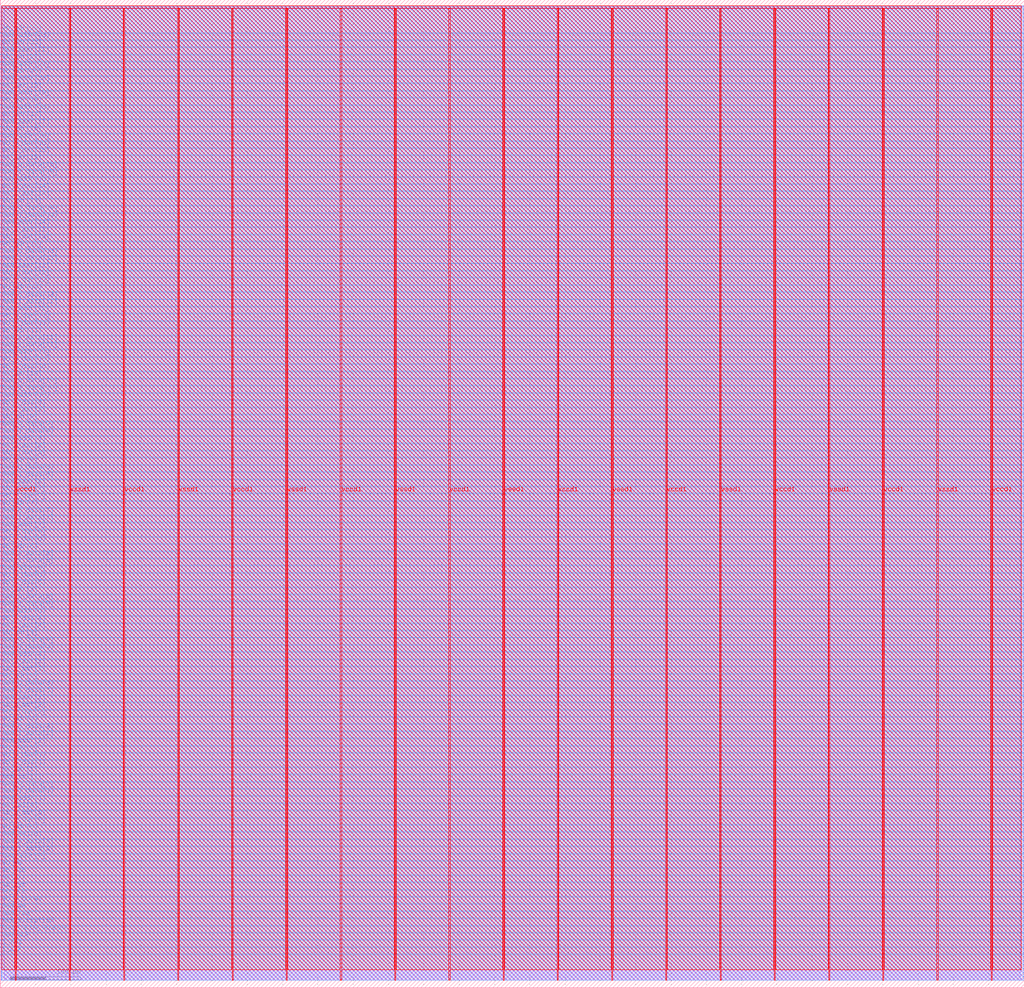
<source format=lef>
VERSION 5.7 ;
  NOWIREEXTENSIONATPIN ON ;
  DIVIDERCHAR "/" ;
  BUSBITCHARS "[]" ;
MACRO dcache
  CLASS BLOCK ;
  FOREIGN dcache ;
  ORIGIN 0.000 0.000 ;
  SIZE 1450.000 BY 1400.000 ;
  PIN i_clk
    DIRECTION INPUT ;
    USE SIGNAL ;
    PORT
      LAYER met3 ;
        RECT 0.000 46.960 4.000 47.560 ;
    END
  END i_clk
  PIN i_rst
    DIRECTION INPUT ;
    USE SIGNAL ;
    PORT
      LAYER met3 ;
        RECT 0.000 57.160 4.000 57.760 ;
    END
  END i_rst
  PIN mem_ack
    DIRECTION OUTPUT TRISTATE ;
    USE SIGNAL ;
    PORT
      LAYER met3 ;
        RECT 0.000 67.360 4.000 67.960 ;
    END
  END mem_ack
  PIN mem_addr[0]
    DIRECTION INPUT ;
    USE SIGNAL ;
    PORT
      LAYER met3 ;
        RECT 0.000 179.560 4.000 180.160 ;
    END
  END mem_addr[0]
  PIN mem_addr[10]
    DIRECTION INPUT ;
    USE SIGNAL ;
    PORT
      LAYER met3 ;
        RECT 0.000 832.360 4.000 832.960 ;
    END
  END mem_addr[10]
  PIN mem_addr[11]
    DIRECTION INPUT ;
    USE SIGNAL ;
    PORT
      LAYER met3 ;
        RECT 0.000 893.560 4.000 894.160 ;
    END
  END mem_addr[11]
  PIN mem_addr[12]
    DIRECTION INPUT ;
    USE SIGNAL ;
    PORT
      LAYER met3 ;
        RECT 0.000 954.760 4.000 955.360 ;
    END
  END mem_addr[12]
  PIN mem_addr[13]
    DIRECTION INPUT ;
    USE SIGNAL ;
    PORT
      LAYER met3 ;
        RECT 0.000 1015.960 4.000 1016.560 ;
    END
  END mem_addr[13]
  PIN mem_addr[14]
    DIRECTION INPUT ;
    USE SIGNAL ;
    PORT
      LAYER met3 ;
        RECT 0.000 1077.160 4.000 1077.760 ;
    END
  END mem_addr[14]
  PIN mem_addr[15]
    DIRECTION INPUT ;
    USE SIGNAL ;
    PORT
      LAYER met3 ;
        RECT 0.000 1138.360 4.000 1138.960 ;
    END
  END mem_addr[15]
  PIN mem_addr[16]
    DIRECTION INPUT ;
    USE SIGNAL ;
    PORT
      LAYER met3 ;
        RECT 0.000 1199.560 4.000 1200.160 ;
    END
  END mem_addr[16]
  PIN mem_addr[17]
    DIRECTION INPUT ;
    USE SIGNAL ;
    PORT
      LAYER met3 ;
        RECT 0.000 1219.960 4.000 1220.560 ;
    END
  END mem_addr[17]
  PIN mem_addr[18]
    DIRECTION INPUT ;
    USE SIGNAL ;
    PORT
      LAYER met3 ;
        RECT 0.000 1240.360 4.000 1240.960 ;
    END
  END mem_addr[18]
  PIN mem_addr[19]
    DIRECTION INPUT ;
    USE SIGNAL ;
    PORT
      LAYER met3 ;
        RECT 0.000 1260.760 4.000 1261.360 ;
    END
  END mem_addr[19]
  PIN mem_addr[1]
    DIRECTION INPUT ;
    USE SIGNAL ;
    PORT
      LAYER met3 ;
        RECT 0.000 261.160 4.000 261.760 ;
    END
  END mem_addr[1]
  PIN mem_addr[20]
    DIRECTION INPUT ;
    USE SIGNAL ;
    PORT
      LAYER met3 ;
        RECT 0.000 1281.160 4.000 1281.760 ;
    END
  END mem_addr[20]
  PIN mem_addr[21]
    DIRECTION INPUT ;
    USE SIGNAL ;
    PORT
      LAYER met3 ;
        RECT 0.000 1301.560 4.000 1302.160 ;
    END
  END mem_addr[21]
  PIN mem_addr[22]
    DIRECTION INPUT ;
    USE SIGNAL ;
    PORT
      LAYER met3 ;
        RECT 0.000 1321.960 4.000 1322.560 ;
    END
  END mem_addr[22]
  PIN mem_addr[23]
    DIRECTION INPUT ;
    USE SIGNAL ;
    PORT
      LAYER met3 ;
        RECT 0.000 1342.360 4.000 1342.960 ;
    END
  END mem_addr[23]
  PIN mem_addr[2]
    DIRECTION INPUT ;
    USE SIGNAL ;
    PORT
      LAYER met3 ;
        RECT 0.000 342.760 4.000 343.360 ;
    END
  END mem_addr[2]
  PIN mem_addr[3]
    DIRECTION INPUT ;
    USE SIGNAL ;
    PORT
      LAYER met3 ;
        RECT 0.000 403.960 4.000 404.560 ;
    END
  END mem_addr[3]
  PIN mem_addr[4]
    DIRECTION INPUT ;
    USE SIGNAL ;
    PORT
      LAYER met3 ;
        RECT 0.000 465.160 4.000 465.760 ;
    END
  END mem_addr[4]
  PIN mem_addr[5]
    DIRECTION INPUT ;
    USE SIGNAL ;
    PORT
      LAYER met3 ;
        RECT 0.000 526.360 4.000 526.960 ;
    END
  END mem_addr[5]
  PIN mem_addr[6]
    DIRECTION INPUT ;
    USE SIGNAL ;
    PORT
      LAYER met3 ;
        RECT 0.000 587.560 4.000 588.160 ;
    END
  END mem_addr[6]
  PIN mem_addr[7]
    DIRECTION INPUT ;
    USE SIGNAL ;
    PORT
      LAYER met3 ;
        RECT 0.000 648.760 4.000 649.360 ;
    END
  END mem_addr[7]
  PIN mem_addr[8]
    DIRECTION INPUT ;
    USE SIGNAL ;
    PORT
      LAYER met3 ;
        RECT 0.000 709.960 4.000 710.560 ;
    END
  END mem_addr[8]
  PIN mem_addr[9]
    DIRECTION INPUT ;
    USE SIGNAL ;
    PORT
      LAYER met3 ;
        RECT 0.000 771.160 4.000 771.760 ;
    END
  END mem_addr[9]
  PIN mem_cache_enable
    DIRECTION INPUT ;
    USE SIGNAL ;
    PORT
      LAYER met3 ;
        RECT 0.000 77.560 4.000 78.160 ;
    END
  END mem_cache_enable
  PIN mem_exception
    DIRECTION OUTPUT TRISTATE ;
    USE SIGNAL ;
    PORT
      LAYER met3 ;
        RECT 0.000 87.760 4.000 88.360 ;
    END
  END mem_exception
  PIN mem_i_data[0]
    DIRECTION INPUT ;
    USE SIGNAL ;
    PORT
      LAYER met3 ;
        RECT 0.000 189.760 4.000 190.360 ;
    END
  END mem_i_data[0]
  PIN mem_i_data[10]
    DIRECTION INPUT ;
    USE SIGNAL ;
    PORT
      LAYER met3 ;
        RECT 0.000 842.560 4.000 843.160 ;
    END
  END mem_i_data[10]
  PIN mem_i_data[11]
    DIRECTION INPUT ;
    USE SIGNAL ;
    PORT
      LAYER met3 ;
        RECT 0.000 903.760 4.000 904.360 ;
    END
  END mem_i_data[11]
  PIN mem_i_data[12]
    DIRECTION INPUT ;
    USE SIGNAL ;
    PORT
      LAYER met3 ;
        RECT 0.000 964.960 4.000 965.560 ;
    END
  END mem_i_data[12]
  PIN mem_i_data[13]
    DIRECTION INPUT ;
    USE SIGNAL ;
    PORT
      LAYER met3 ;
        RECT 0.000 1026.160 4.000 1026.760 ;
    END
  END mem_i_data[13]
  PIN mem_i_data[14]
    DIRECTION INPUT ;
    USE SIGNAL ;
    PORT
      LAYER met3 ;
        RECT 0.000 1087.360 4.000 1087.960 ;
    END
  END mem_i_data[14]
  PIN mem_i_data[15]
    DIRECTION INPUT ;
    USE SIGNAL ;
    PORT
      LAYER met3 ;
        RECT 0.000 1148.560 4.000 1149.160 ;
    END
  END mem_i_data[15]
  PIN mem_i_data[1]
    DIRECTION INPUT ;
    USE SIGNAL ;
    PORT
      LAYER met3 ;
        RECT 0.000 271.360 4.000 271.960 ;
    END
  END mem_i_data[1]
  PIN mem_i_data[2]
    DIRECTION INPUT ;
    USE SIGNAL ;
    PORT
      LAYER met3 ;
        RECT 0.000 352.960 4.000 353.560 ;
    END
  END mem_i_data[2]
  PIN mem_i_data[3]
    DIRECTION INPUT ;
    USE SIGNAL ;
    PORT
      LAYER met3 ;
        RECT 0.000 414.160 4.000 414.760 ;
    END
  END mem_i_data[3]
  PIN mem_i_data[4]
    DIRECTION INPUT ;
    USE SIGNAL ;
    PORT
      LAYER met3 ;
        RECT 0.000 475.360 4.000 475.960 ;
    END
  END mem_i_data[4]
  PIN mem_i_data[5]
    DIRECTION INPUT ;
    USE SIGNAL ;
    PORT
      LAYER met3 ;
        RECT 0.000 536.560 4.000 537.160 ;
    END
  END mem_i_data[5]
  PIN mem_i_data[6]
    DIRECTION INPUT ;
    USE SIGNAL ;
    PORT
      LAYER met3 ;
        RECT 0.000 597.760 4.000 598.360 ;
    END
  END mem_i_data[6]
  PIN mem_i_data[7]
    DIRECTION INPUT ;
    USE SIGNAL ;
    PORT
      LAYER met3 ;
        RECT 0.000 658.960 4.000 659.560 ;
    END
  END mem_i_data[7]
  PIN mem_i_data[8]
    DIRECTION INPUT ;
    USE SIGNAL ;
    PORT
      LAYER met3 ;
        RECT 0.000 720.160 4.000 720.760 ;
    END
  END mem_i_data[8]
  PIN mem_i_data[9]
    DIRECTION INPUT ;
    USE SIGNAL ;
    PORT
      LAYER met3 ;
        RECT 0.000 781.360 4.000 781.960 ;
    END
  END mem_i_data[9]
  PIN mem_o_data[0]
    DIRECTION OUTPUT TRISTATE ;
    USE SIGNAL ;
    PORT
      LAYER met3 ;
        RECT 0.000 199.960 4.000 200.560 ;
    END
  END mem_o_data[0]
  PIN mem_o_data[10]
    DIRECTION OUTPUT TRISTATE ;
    USE SIGNAL ;
    PORT
      LAYER met3 ;
        RECT 0.000 852.760 4.000 853.360 ;
    END
  END mem_o_data[10]
  PIN mem_o_data[11]
    DIRECTION OUTPUT TRISTATE ;
    USE SIGNAL ;
    PORT
      LAYER met3 ;
        RECT 0.000 913.960 4.000 914.560 ;
    END
  END mem_o_data[11]
  PIN mem_o_data[12]
    DIRECTION OUTPUT TRISTATE ;
    USE SIGNAL ;
    PORT
      LAYER met3 ;
        RECT 0.000 975.160 4.000 975.760 ;
    END
  END mem_o_data[12]
  PIN mem_o_data[13]
    DIRECTION OUTPUT TRISTATE ;
    USE SIGNAL ;
    PORT
      LAYER met3 ;
        RECT 0.000 1036.360 4.000 1036.960 ;
    END
  END mem_o_data[13]
  PIN mem_o_data[14]
    DIRECTION OUTPUT TRISTATE ;
    USE SIGNAL ;
    PORT
      LAYER met3 ;
        RECT 0.000 1097.560 4.000 1098.160 ;
    END
  END mem_o_data[14]
  PIN mem_o_data[15]
    DIRECTION OUTPUT TRISTATE ;
    USE SIGNAL ;
    PORT
      LAYER met3 ;
        RECT 0.000 1158.760 4.000 1159.360 ;
    END
  END mem_o_data[15]
  PIN mem_o_data[1]
    DIRECTION OUTPUT TRISTATE ;
    USE SIGNAL ;
    PORT
      LAYER met3 ;
        RECT 0.000 281.560 4.000 282.160 ;
    END
  END mem_o_data[1]
  PIN mem_o_data[2]
    DIRECTION OUTPUT TRISTATE ;
    USE SIGNAL ;
    PORT
      LAYER met3 ;
        RECT 0.000 363.160 4.000 363.760 ;
    END
  END mem_o_data[2]
  PIN mem_o_data[3]
    DIRECTION OUTPUT TRISTATE ;
    USE SIGNAL ;
    PORT
      LAYER met3 ;
        RECT 0.000 424.360 4.000 424.960 ;
    END
  END mem_o_data[3]
  PIN mem_o_data[4]
    DIRECTION OUTPUT TRISTATE ;
    USE SIGNAL ;
    PORT
      LAYER met3 ;
        RECT 0.000 485.560 4.000 486.160 ;
    END
  END mem_o_data[4]
  PIN mem_o_data[5]
    DIRECTION OUTPUT TRISTATE ;
    USE SIGNAL ;
    PORT
      LAYER met3 ;
        RECT 0.000 546.760 4.000 547.360 ;
    END
  END mem_o_data[5]
  PIN mem_o_data[6]
    DIRECTION OUTPUT TRISTATE ;
    USE SIGNAL ;
    PORT
      LAYER met3 ;
        RECT 0.000 607.960 4.000 608.560 ;
    END
  END mem_o_data[6]
  PIN mem_o_data[7]
    DIRECTION OUTPUT TRISTATE ;
    USE SIGNAL ;
    PORT
      LAYER met3 ;
        RECT 0.000 669.160 4.000 669.760 ;
    END
  END mem_o_data[7]
  PIN mem_o_data[8]
    DIRECTION OUTPUT TRISTATE ;
    USE SIGNAL ;
    PORT
      LAYER met3 ;
        RECT 0.000 730.360 4.000 730.960 ;
    END
  END mem_o_data[8]
  PIN mem_o_data[9]
    DIRECTION OUTPUT TRISTATE ;
    USE SIGNAL ;
    PORT
      LAYER met3 ;
        RECT 0.000 791.560 4.000 792.160 ;
    END
  END mem_o_data[9]
  PIN mem_req
    DIRECTION INPUT ;
    USE SIGNAL ;
    PORT
      LAYER met3 ;
        RECT 0.000 97.960 4.000 98.560 ;
    END
  END mem_req
  PIN mem_sel[0]
    DIRECTION INPUT ;
    USE SIGNAL ;
    PORT
      LAYER met3 ;
        RECT 0.000 210.160 4.000 210.760 ;
    END
  END mem_sel[0]
  PIN mem_sel[1]
    DIRECTION INPUT ;
    USE SIGNAL ;
    PORT
      LAYER met3 ;
        RECT 0.000 291.760 4.000 292.360 ;
    END
  END mem_sel[1]
  PIN mem_we
    DIRECTION INPUT ;
    USE SIGNAL ;
    PORT
      LAYER met3 ;
        RECT 0.000 108.160 4.000 108.760 ;
    END
  END mem_we
  PIN vccd1
    DIRECTION INOUT ;
    USE POWER ;
    PORT
      LAYER met4 ;
        RECT 21.040 10.640 22.640 1387.440 ;
    END
    PORT
      LAYER met4 ;
        RECT 174.640 10.640 176.240 1387.440 ;
    END
    PORT
      LAYER met4 ;
        RECT 328.240 10.640 329.840 1387.440 ;
    END
    PORT
      LAYER met4 ;
        RECT 481.840 10.640 483.440 1387.440 ;
    END
    PORT
      LAYER met4 ;
        RECT 635.440 10.640 637.040 1387.440 ;
    END
    PORT
      LAYER met4 ;
        RECT 789.040 10.640 790.640 1387.440 ;
    END
    PORT
      LAYER met4 ;
        RECT 942.640 10.640 944.240 1387.440 ;
    END
    PORT
      LAYER met4 ;
        RECT 1096.240 10.640 1097.840 1387.440 ;
    END
    PORT
      LAYER met4 ;
        RECT 1249.840 10.640 1251.440 1387.440 ;
    END
    PORT
      LAYER met4 ;
        RECT 1403.440 10.640 1405.040 1387.440 ;
    END
  END vccd1
  PIN vssd1
    DIRECTION INOUT ;
    USE GROUND ;
    PORT
      LAYER met4 ;
        RECT 97.840 10.640 99.440 1387.440 ;
    END
    PORT
      LAYER met4 ;
        RECT 251.440 10.640 253.040 1387.440 ;
    END
    PORT
      LAYER met4 ;
        RECT 405.040 10.640 406.640 1387.440 ;
    END
    PORT
      LAYER met4 ;
        RECT 558.640 10.640 560.240 1387.440 ;
    END
    PORT
      LAYER met4 ;
        RECT 712.240 10.640 713.840 1387.440 ;
    END
    PORT
      LAYER met4 ;
        RECT 865.840 10.640 867.440 1387.440 ;
    END
    PORT
      LAYER met4 ;
        RECT 1019.440 10.640 1021.040 1387.440 ;
    END
    PORT
      LAYER met4 ;
        RECT 1173.040 10.640 1174.640 1387.440 ;
    END
    PORT
      LAYER met4 ;
        RECT 1326.640 10.640 1328.240 1387.440 ;
    END
  END vssd1
  PIN wb_4_burst
    DIRECTION OUTPUT TRISTATE ;
    USE SIGNAL ;
    PORT
      LAYER met3 ;
        RECT 0.000 118.360 4.000 118.960 ;
    END
  END wb_4_burst
  PIN wb_ack
    DIRECTION INPUT ;
    USE SIGNAL ;
    PORT
      LAYER met3 ;
        RECT 0.000 128.560 4.000 129.160 ;
    END
  END wb_ack
  PIN wb_adr[0]
    DIRECTION OUTPUT TRISTATE ;
    USE SIGNAL ;
    PORT
      LAYER met3 ;
        RECT 0.000 220.360 4.000 220.960 ;
    END
  END wb_adr[0]
  PIN wb_adr[10]
    DIRECTION OUTPUT TRISTATE ;
    USE SIGNAL ;
    PORT
      LAYER met3 ;
        RECT 0.000 862.960 4.000 863.560 ;
    END
  END wb_adr[10]
  PIN wb_adr[11]
    DIRECTION OUTPUT TRISTATE ;
    USE SIGNAL ;
    PORT
      LAYER met3 ;
        RECT 0.000 924.160 4.000 924.760 ;
    END
  END wb_adr[11]
  PIN wb_adr[12]
    DIRECTION OUTPUT TRISTATE ;
    USE SIGNAL ;
    PORT
      LAYER met3 ;
        RECT 0.000 985.360 4.000 985.960 ;
    END
  END wb_adr[12]
  PIN wb_adr[13]
    DIRECTION OUTPUT TRISTATE ;
    USE SIGNAL ;
    PORT
      LAYER met3 ;
        RECT 0.000 1046.560 4.000 1047.160 ;
    END
  END wb_adr[13]
  PIN wb_adr[14]
    DIRECTION OUTPUT TRISTATE ;
    USE SIGNAL ;
    PORT
      LAYER met3 ;
        RECT 0.000 1107.760 4.000 1108.360 ;
    END
  END wb_adr[14]
  PIN wb_adr[15]
    DIRECTION OUTPUT TRISTATE ;
    USE SIGNAL ;
    PORT
      LAYER met3 ;
        RECT 0.000 1168.960 4.000 1169.560 ;
    END
  END wb_adr[15]
  PIN wb_adr[16]
    DIRECTION OUTPUT TRISTATE ;
    USE SIGNAL ;
    PORT
      LAYER met3 ;
        RECT 0.000 1209.760 4.000 1210.360 ;
    END
  END wb_adr[16]
  PIN wb_adr[17]
    DIRECTION OUTPUT TRISTATE ;
    USE SIGNAL ;
    PORT
      LAYER met3 ;
        RECT 0.000 1230.160 4.000 1230.760 ;
    END
  END wb_adr[17]
  PIN wb_adr[18]
    DIRECTION OUTPUT TRISTATE ;
    USE SIGNAL ;
    PORT
      LAYER met3 ;
        RECT 0.000 1250.560 4.000 1251.160 ;
    END
  END wb_adr[18]
  PIN wb_adr[19]
    DIRECTION OUTPUT TRISTATE ;
    USE SIGNAL ;
    PORT
      LAYER met3 ;
        RECT 0.000 1270.960 4.000 1271.560 ;
    END
  END wb_adr[19]
  PIN wb_adr[1]
    DIRECTION OUTPUT TRISTATE ;
    USE SIGNAL ;
    PORT
      LAYER met3 ;
        RECT 0.000 301.960 4.000 302.560 ;
    END
  END wb_adr[1]
  PIN wb_adr[20]
    DIRECTION OUTPUT TRISTATE ;
    USE SIGNAL ;
    PORT
      LAYER met3 ;
        RECT 0.000 1291.360 4.000 1291.960 ;
    END
  END wb_adr[20]
  PIN wb_adr[21]
    DIRECTION OUTPUT TRISTATE ;
    USE SIGNAL ;
    PORT
      LAYER met3 ;
        RECT 0.000 1311.760 4.000 1312.360 ;
    END
  END wb_adr[21]
  PIN wb_adr[22]
    DIRECTION OUTPUT TRISTATE ;
    USE SIGNAL ;
    PORT
      LAYER met3 ;
        RECT 0.000 1332.160 4.000 1332.760 ;
    END
  END wb_adr[22]
  PIN wb_adr[23]
    DIRECTION OUTPUT TRISTATE ;
    USE SIGNAL ;
    PORT
      LAYER met3 ;
        RECT 0.000 1352.560 4.000 1353.160 ;
    END
  END wb_adr[23]
  PIN wb_adr[2]
    DIRECTION OUTPUT TRISTATE ;
    USE SIGNAL ;
    PORT
      LAYER met3 ;
        RECT 0.000 373.360 4.000 373.960 ;
    END
  END wb_adr[2]
  PIN wb_adr[3]
    DIRECTION OUTPUT TRISTATE ;
    USE SIGNAL ;
    PORT
      LAYER met3 ;
        RECT 0.000 434.560 4.000 435.160 ;
    END
  END wb_adr[3]
  PIN wb_adr[4]
    DIRECTION OUTPUT TRISTATE ;
    USE SIGNAL ;
    PORT
      LAYER met3 ;
        RECT 0.000 495.760 4.000 496.360 ;
    END
  END wb_adr[4]
  PIN wb_adr[5]
    DIRECTION OUTPUT TRISTATE ;
    USE SIGNAL ;
    PORT
      LAYER met3 ;
        RECT 0.000 556.960 4.000 557.560 ;
    END
  END wb_adr[5]
  PIN wb_adr[6]
    DIRECTION OUTPUT TRISTATE ;
    USE SIGNAL ;
    PORT
      LAYER met3 ;
        RECT 0.000 618.160 4.000 618.760 ;
    END
  END wb_adr[6]
  PIN wb_adr[7]
    DIRECTION OUTPUT TRISTATE ;
    USE SIGNAL ;
    PORT
      LAYER met3 ;
        RECT 0.000 679.360 4.000 679.960 ;
    END
  END wb_adr[7]
  PIN wb_adr[8]
    DIRECTION OUTPUT TRISTATE ;
    USE SIGNAL ;
    PORT
      LAYER met3 ;
        RECT 0.000 740.560 4.000 741.160 ;
    END
  END wb_adr[8]
  PIN wb_adr[9]
    DIRECTION OUTPUT TRISTATE ;
    USE SIGNAL ;
    PORT
      LAYER met3 ;
        RECT 0.000 801.760 4.000 802.360 ;
    END
  END wb_adr[9]
  PIN wb_cyc
    DIRECTION OUTPUT TRISTATE ;
    USE SIGNAL ;
    PORT
      LAYER met3 ;
        RECT 0.000 138.760 4.000 139.360 ;
    END
  END wb_cyc
  PIN wb_err
    DIRECTION INPUT ;
    USE SIGNAL ;
    PORT
      LAYER met3 ;
        RECT 0.000 148.960 4.000 149.560 ;
    END
  END wb_err
  PIN wb_i_dat[0]
    DIRECTION INPUT ;
    USE SIGNAL ;
    PORT
      LAYER met3 ;
        RECT 0.000 230.560 4.000 231.160 ;
    END
  END wb_i_dat[0]
  PIN wb_i_dat[10]
    DIRECTION INPUT ;
    USE SIGNAL ;
    PORT
      LAYER met3 ;
        RECT 0.000 873.160 4.000 873.760 ;
    END
  END wb_i_dat[10]
  PIN wb_i_dat[11]
    DIRECTION INPUT ;
    USE SIGNAL ;
    PORT
      LAYER met3 ;
        RECT 0.000 934.360 4.000 934.960 ;
    END
  END wb_i_dat[11]
  PIN wb_i_dat[12]
    DIRECTION INPUT ;
    USE SIGNAL ;
    PORT
      LAYER met3 ;
        RECT 0.000 995.560 4.000 996.160 ;
    END
  END wb_i_dat[12]
  PIN wb_i_dat[13]
    DIRECTION INPUT ;
    USE SIGNAL ;
    PORT
      LAYER met3 ;
        RECT 0.000 1056.760 4.000 1057.360 ;
    END
  END wb_i_dat[13]
  PIN wb_i_dat[14]
    DIRECTION INPUT ;
    USE SIGNAL ;
    PORT
      LAYER met3 ;
        RECT 0.000 1117.960 4.000 1118.560 ;
    END
  END wb_i_dat[14]
  PIN wb_i_dat[15]
    DIRECTION INPUT ;
    USE SIGNAL ;
    PORT
      LAYER met3 ;
        RECT 0.000 1179.160 4.000 1179.760 ;
    END
  END wb_i_dat[15]
  PIN wb_i_dat[1]
    DIRECTION INPUT ;
    USE SIGNAL ;
    PORT
      LAYER met3 ;
        RECT 0.000 312.160 4.000 312.760 ;
    END
  END wb_i_dat[1]
  PIN wb_i_dat[2]
    DIRECTION INPUT ;
    USE SIGNAL ;
    PORT
      LAYER met3 ;
        RECT 0.000 383.560 4.000 384.160 ;
    END
  END wb_i_dat[2]
  PIN wb_i_dat[3]
    DIRECTION INPUT ;
    USE SIGNAL ;
    PORT
      LAYER met3 ;
        RECT 0.000 444.760 4.000 445.360 ;
    END
  END wb_i_dat[3]
  PIN wb_i_dat[4]
    DIRECTION INPUT ;
    USE SIGNAL ;
    PORT
      LAYER met3 ;
        RECT 0.000 505.960 4.000 506.560 ;
    END
  END wb_i_dat[4]
  PIN wb_i_dat[5]
    DIRECTION INPUT ;
    USE SIGNAL ;
    PORT
      LAYER met3 ;
        RECT 0.000 567.160 4.000 567.760 ;
    END
  END wb_i_dat[5]
  PIN wb_i_dat[6]
    DIRECTION INPUT ;
    USE SIGNAL ;
    PORT
      LAYER met3 ;
        RECT 0.000 628.360 4.000 628.960 ;
    END
  END wb_i_dat[6]
  PIN wb_i_dat[7]
    DIRECTION INPUT ;
    USE SIGNAL ;
    PORT
      LAYER met3 ;
        RECT 0.000 689.560 4.000 690.160 ;
    END
  END wb_i_dat[7]
  PIN wb_i_dat[8]
    DIRECTION INPUT ;
    USE SIGNAL ;
    PORT
      LAYER met3 ;
        RECT 0.000 750.760 4.000 751.360 ;
    END
  END wb_i_dat[8]
  PIN wb_i_dat[9]
    DIRECTION INPUT ;
    USE SIGNAL ;
    PORT
      LAYER met3 ;
        RECT 0.000 811.960 4.000 812.560 ;
    END
  END wb_i_dat[9]
  PIN wb_o_dat[0]
    DIRECTION OUTPUT TRISTATE ;
    USE SIGNAL ;
    PORT
      LAYER met3 ;
        RECT 0.000 240.760 4.000 241.360 ;
    END
  END wb_o_dat[0]
  PIN wb_o_dat[10]
    DIRECTION OUTPUT TRISTATE ;
    USE SIGNAL ;
    PORT
      LAYER met3 ;
        RECT 0.000 883.360 4.000 883.960 ;
    END
  END wb_o_dat[10]
  PIN wb_o_dat[11]
    DIRECTION OUTPUT TRISTATE ;
    USE SIGNAL ;
    PORT
      LAYER met3 ;
        RECT 0.000 944.560 4.000 945.160 ;
    END
  END wb_o_dat[11]
  PIN wb_o_dat[12]
    DIRECTION OUTPUT TRISTATE ;
    USE SIGNAL ;
    PORT
      LAYER met3 ;
        RECT 0.000 1005.760 4.000 1006.360 ;
    END
  END wb_o_dat[12]
  PIN wb_o_dat[13]
    DIRECTION OUTPUT TRISTATE ;
    USE SIGNAL ;
    PORT
      LAYER met3 ;
        RECT 0.000 1066.960 4.000 1067.560 ;
    END
  END wb_o_dat[13]
  PIN wb_o_dat[14]
    DIRECTION OUTPUT TRISTATE ;
    USE SIGNAL ;
    PORT
      LAYER met3 ;
        RECT 0.000 1128.160 4.000 1128.760 ;
    END
  END wb_o_dat[14]
  PIN wb_o_dat[15]
    DIRECTION OUTPUT TRISTATE ;
    USE SIGNAL ;
    PORT
      LAYER met3 ;
        RECT 0.000 1189.360 4.000 1189.960 ;
    END
  END wb_o_dat[15]
  PIN wb_o_dat[1]
    DIRECTION OUTPUT TRISTATE ;
    USE SIGNAL ;
    PORT
      LAYER met3 ;
        RECT 0.000 322.360 4.000 322.960 ;
    END
  END wb_o_dat[1]
  PIN wb_o_dat[2]
    DIRECTION OUTPUT TRISTATE ;
    USE SIGNAL ;
    PORT
      LAYER met3 ;
        RECT 0.000 393.760 4.000 394.360 ;
    END
  END wb_o_dat[2]
  PIN wb_o_dat[3]
    DIRECTION OUTPUT TRISTATE ;
    USE SIGNAL ;
    PORT
      LAYER met3 ;
        RECT 0.000 454.960 4.000 455.560 ;
    END
  END wb_o_dat[3]
  PIN wb_o_dat[4]
    DIRECTION OUTPUT TRISTATE ;
    USE SIGNAL ;
    PORT
      LAYER met3 ;
        RECT 0.000 516.160 4.000 516.760 ;
    END
  END wb_o_dat[4]
  PIN wb_o_dat[5]
    DIRECTION OUTPUT TRISTATE ;
    USE SIGNAL ;
    PORT
      LAYER met3 ;
        RECT 0.000 577.360 4.000 577.960 ;
    END
  END wb_o_dat[5]
  PIN wb_o_dat[6]
    DIRECTION OUTPUT TRISTATE ;
    USE SIGNAL ;
    PORT
      LAYER met3 ;
        RECT 0.000 638.560 4.000 639.160 ;
    END
  END wb_o_dat[6]
  PIN wb_o_dat[7]
    DIRECTION OUTPUT TRISTATE ;
    USE SIGNAL ;
    PORT
      LAYER met3 ;
        RECT 0.000 699.760 4.000 700.360 ;
    END
  END wb_o_dat[7]
  PIN wb_o_dat[8]
    DIRECTION OUTPUT TRISTATE ;
    USE SIGNAL ;
    PORT
      LAYER met3 ;
        RECT 0.000 760.960 4.000 761.560 ;
    END
  END wb_o_dat[8]
  PIN wb_o_dat[9]
    DIRECTION OUTPUT TRISTATE ;
    USE SIGNAL ;
    PORT
      LAYER met3 ;
        RECT 0.000 822.160 4.000 822.760 ;
    END
  END wb_o_dat[9]
  PIN wb_sel[0]
    DIRECTION OUTPUT TRISTATE ;
    USE SIGNAL ;
    PORT
      LAYER met3 ;
        RECT 0.000 250.960 4.000 251.560 ;
    END
  END wb_sel[0]
  PIN wb_sel[1]
    DIRECTION OUTPUT TRISTATE ;
    USE SIGNAL ;
    PORT
      LAYER met3 ;
        RECT 0.000 332.560 4.000 333.160 ;
    END
  END wb_sel[1]
  PIN wb_stb
    DIRECTION OUTPUT TRISTATE ;
    USE SIGNAL ;
    PORT
      LAYER met3 ;
        RECT 0.000 159.160 4.000 159.760 ;
    END
  END wb_stb
  PIN wb_we
    DIRECTION OUTPUT TRISTATE ;
    USE SIGNAL ;
    PORT
      LAYER met3 ;
        RECT 0.000 169.360 4.000 169.960 ;
    END
  END wb_we
  OBS
      LAYER li1 ;
        RECT 5.520 10.795 1444.400 1387.285 ;
      LAYER met1 ;
        RECT 1.450 10.640 1449.850 1389.880 ;
      LAYER met2 ;
        RECT 1.480 10.695 1449.830 1391.805 ;
      LAYER met3 ;
        RECT 2.110 1353.560 1449.855 1391.785 ;
        RECT 4.400 1352.160 1449.855 1353.560 ;
        RECT 2.110 1343.360 1449.855 1352.160 ;
        RECT 4.400 1341.960 1449.855 1343.360 ;
        RECT 2.110 1333.160 1449.855 1341.960 ;
        RECT 4.400 1331.760 1449.855 1333.160 ;
        RECT 2.110 1322.960 1449.855 1331.760 ;
        RECT 4.400 1321.560 1449.855 1322.960 ;
        RECT 2.110 1312.760 1449.855 1321.560 ;
        RECT 4.400 1311.360 1449.855 1312.760 ;
        RECT 2.110 1302.560 1449.855 1311.360 ;
        RECT 4.400 1301.160 1449.855 1302.560 ;
        RECT 2.110 1292.360 1449.855 1301.160 ;
        RECT 4.400 1290.960 1449.855 1292.360 ;
        RECT 2.110 1282.160 1449.855 1290.960 ;
        RECT 4.400 1280.760 1449.855 1282.160 ;
        RECT 2.110 1271.960 1449.855 1280.760 ;
        RECT 4.400 1270.560 1449.855 1271.960 ;
        RECT 2.110 1261.760 1449.855 1270.560 ;
        RECT 4.400 1260.360 1449.855 1261.760 ;
        RECT 2.110 1251.560 1449.855 1260.360 ;
        RECT 4.400 1250.160 1449.855 1251.560 ;
        RECT 2.110 1241.360 1449.855 1250.160 ;
        RECT 4.400 1239.960 1449.855 1241.360 ;
        RECT 2.110 1231.160 1449.855 1239.960 ;
        RECT 4.400 1229.760 1449.855 1231.160 ;
        RECT 2.110 1220.960 1449.855 1229.760 ;
        RECT 4.400 1219.560 1449.855 1220.960 ;
        RECT 2.110 1210.760 1449.855 1219.560 ;
        RECT 4.400 1209.360 1449.855 1210.760 ;
        RECT 2.110 1200.560 1449.855 1209.360 ;
        RECT 4.400 1199.160 1449.855 1200.560 ;
        RECT 2.110 1190.360 1449.855 1199.160 ;
        RECT 4.400 1188.960 1449.855 1190.360 ;
        RECT 2.110 1180.160 1449.855 1188.960 ;
        RECT 4.400 1178.760 1449.855 1180.160 ;
        RECT 2.110 1169.960 1449.855 1178.760 ;
        RECT 4.400 1168.560 1449.855 1169.960 ;
        RECT 2.110 1159.760 1449.855 1168.560 ;
        RECT 4.400 1158.360 1449.855 1159.760 ;
        RECT 2.110 1149.560 1449.855 1158.360 ;
        RECT 4.400 1148.160 1449.855 1149.560 ;
        RECT 2.110 1139.360 1449.855 1148.160 ;
        RECT 4.400 1137.960 1449.855 1139.360 ;
        RECT 2.110 1129.160 1449.855 1137.960 ;
        RECT 4.400 1127.760 1449.855 1129.160 ;
        RECT 2.110 1118.960 1449.855 1127.760 ;
        RECT 4.400 1117.560 1449.855 1118.960 ;
        RECT 2.110 1108.760 1449.855 1117.560 ;
        RECT 4.400 1107.360 1449.855 1108.760 ;
        RECT 2.110 1098.560 1449.855 1107.360 ;
        RECT 4.400 1097.160 1449.855 1098.560 ;
        RECT 2.110 1088.360 1449.855 1097.160 ;
        RECT 4.400 1086.960 1449.855 1088.360 ;
        RECT 2.110 1078.160 1449.855 1086.960 ;
        RECT 4.400 1076.760 1449.855 1078.160 ;
        RECT 2.110 1067.960 1449.855 1076.760 ;
        RECT 4.400 1066.560 1449.855 1067.960 ;
        RECT 2.110 1057.760 1449.855 1066.560 ;
        RECT 4.400 1056.360 1449.855 1057.760 ;
        RECT 2.110 1047.560 1449.855 1056.360 ;
        RECT 4.400 1046.160 1449.855 1047.560 ;
        RECT 2.110 1037.360 1449.855 1046.160 ;
        RECT 4.400 1035.960 1449.855 1037.360 ;
        RECT 2.110 1027.160 1449.855 1035.960 ;
        RECT 4.400 1025.760 1449.855 1027.160 ;
        RECT 2.110 1016.960 1449.855 1025.760 ;
        RECT 4.400 1015.560 1449.855 1016.960 ;
        RECT 2.110 1006.760 1449.855 1015.560 ;
        RECT 4.400 1005.360 1449.855 1006.760 ;
        RECT 2.110 996.560 1449.855 1005.360 ;
        RECT 4.400 995.160 1449.855 996.560 ;
        RECT 2.110 986.360 1449.855 995.160 ;
        RECT 4.400 984.960 1449.855 986.360 ;
        RECT 2.110 976.160 1449.855 984.960 ;
        RECT 4.400 974.760 1449.855 976.160 ;
        RECT 2.110 965.960 1449.855 974.760 ;
        RECT 4.400 964.560 1449.855 965.960 ;
        RECT 2.110 955.760 1449.855 964.560 ;
        RECT 4.400 954.360 1449.855 955.760 ;
        RECT 2.110 945.560 1449.855 954.360 ;
        RECT 4.400 944.160 1449.855 945.560 ;
        RECT 2.110 935.360 1449.855 944.160 ;
        RECT 4.400 933.960 1449.855 935.360 ;
        RECT 2.110 925.160 1449.855 933.960 ;
        RECT 4.400 923.760 1449.855 925.160 ;
        RECT 2.110 914.960 1449.855 923.760 ;
        RECT 4.400 913.560 1449.855 914.960 ;
        RECT 2.110 904.760 1449.855 913.560 ;
        RECT 4.400 903.360 1449.855 904.760 ;
        RECT 2.110 894.560 1449.855 903.360 ;
        RECT 4.400 893.160 1449.855 894.560 ;
        RECT 2.110 884.360 1449.855 893.160 ;
        RECT 4.400 882.960 1449.855 884.360 ;
        RECT 2.110 874.160 1449.855 882.960 ;
        RECT 4.400 872.760 1449.855 874.160 ;
        RECT 2.110 863.960 1449.855 872.760 ;
        RECT 4.400 862.560 1449.855 863.960 ;
        RECT 2.110 853.760 1449.855 862.560 ;
        RECT 4.400 852.360 1449.855 853.760 ;
        RECT 2.110 843.560 1449.855 852.360 ;
        RECT 4.400 842.160 1449.855 843.560 ;
        RECT 2.110 833.360 1449.855 842.160 ;
        RECT 4.400 831.960 1449.855 833.360 ;
        RECT 2.110 823.160 1449.855 831.960 ;
        RECT 4.400 821.760 1449.855 823.160 ;
        RECT 2.110 812.960 1449.855 821.760 ;
        RECT 4.400 811.560 1449.855 812.960 ;
        RECT 2.110 802.760 1449.855 811.560 ;
        RECT 4.400 801.360 1449.855 802.760 ;
        RECT 2.110 792.560 1449.855 801.360 ;
        RECT 4.400 791.160 1449.855 792.560 ;
        RECT 2.110 782.360 1449.855 791.160 ;
        RECT 4.400 780.960 1449.855 782.360 ;
        RECT 2.110 772.160 1449.855 780.960 ;
        RECT 4.400 770.760 1449.855 772.160 ;
        RECT 2.110 761.960 1449.855 770.760 ;
        RECT 4.400 760.560 1449.855 761.960 ;
        RECT 2.110 751.760 1449.855 760.560 ;
        RECT 4.400 750.360 1449.855 751.760 ;
        RECT 2.110 741.560 1449.855 750.360 ;
        RECT 4.400 740.160 1449.855 741.560 ;
        RECT 2.110 731.360 1449.855 740.160 ;
        RECT 4.400 729.960 1449.855 731.360 ;
        RECT 2.110 721.160 1449.855 729.960 ;
        RECT 4.400 719.760 1449.855 721.160 ;
        RECT 2.110 710.960 1449.855 719.760 ;
        RECT 4.400 709.560 1449.855 710.960 ;
        RECT 2.110 700.760 1449.855 709.560 ;
        RECT 4.400 699.360 1449.855 700.760 ;
        RECT 2.110 690.560 1449.855 699.360 ;
        RECT 4.400 689.160 1449.855 690.560 ;
        RECT 2.110 680.360 1449.855 689.160 ;
        RECT 4.400 678.960 1449.855 680.360 ;
        RECT 2.110 670.160 1449.855 678.960 ;
        RECT 4.400 668.760 1449.855 670.160 ;
        RECT 2.110 659.960 1449.855 668.760 ;
        RECT 4.400 658.560 1449.855 659.960 ;
        RECT 2.110 649.760 1449.855 658.560 ;
        RECT 4.400 648.360 1449.855 649.760 ;
        RECT 2.110 639.560 1449.855 648.360 ;
        RECT 4.400 638.160 1449.855 639.560 ;
        RECT 2.110 629.360 1449.855 638.160 ;
        RECT 4.400 627.960 1449.855 629.360 ;
        RECT 2.110 619.160 1449.855 627.960 ;
        RECT 4.400 617.760 1449.855 619.160 ;
        RECT 2.110 608.960 1449.855 617.760 ;
        RECT 4.400 607.560 1449.855 608.960 ;
        RECT 2.110 598.760 1449.855 607.560 ;
        RECT 4.400 597.360 1449.855 598.760 ;
        RECT 2.110 588.560 1449.855 597.360 ;
        RECT 4.400 587.160 1449.855 588.560 ;
        RECT 2.110 578.360 1449.855 587.160 ;
        RECT 4.400 576.960 1449.855 578.360 ;
        RECT 2.110 568.160 1449.855 576.960 ;
        RECT 4.400 566.760 1449.855 568.160 ;
        RECT 2.110 557.960 1449.855 566.760 ;
        RECT 4.400 556.560 1449.855 557.960 ;
        RECT 2.110 547.760 1449.855 556.560 ;
        RECT 4.400 546.360 1449.855 547.760 ;
        RECT 2.110 537.560 1449.855 546.360 ;
        RECT 4.400 536.160 1449.855 537.560 ;
        RECT 2.110 527.360 1449.855 536.160 ;
        RECT 4.400 525.960 1449.855 527.360 ;
        RECT 2.110 517.160 1449.855 525.960 ;
        RECT 4.400 515.760 1449.855 517.160 ;
        RECT 2.110 506.960 1449.855 515.760 ;
        RECT 4.400 505.560 1449.855 506.960 ;
        RECT 2.110 496.760 1449.855 505.560 ;
        RECT 4.400 495.360 1449.855 496.760 ;
        RECT 2.110 486.560 1449.855 495.360 ;
        RECT 4.400 485.160 1449.855 486.560 ;
        RECT 2.110 476.360 1449.855 485.160 ;
        RECT 4.400 474.960 1449.855 476.360 ;
        RECT 2.110 466.160 1449.855 474.960 ;
        RECT 4.400 464.760 1449.855 466.160 ;
        RECT 2.110 455.960 1449.855 464.760 ;
        RECT 4.400 454.560 1449.855 455.960 ;
        RECT 2.110 445.760 1449.855 454.560 ;
        RECT 4.400 444.360 1449.855 445.760 ;
        RECT 2.110 435.560 1449.855 444.360 ;
        RECT 4.400 434.160 1449.855 435.560 ;
        RECT 2.110 425.360 1449.855 434.160 ;
        RECT 4.400 423.960 1449.855 425.360 ;
        RECT 2.110 415.160 1449.855 423.960 ;
        RECT 4.400 413.760 1449.855 415.160 ;
        RECT 2.110 404.960 1449.855 413.760 ;
        RECT 4.400 403.560 1449.855 404.960 ;
        RECT 2.110 394.760 1449.855 403.560 ;
        RECT 4.400 393.360 1449.855 394.760 ;
        RECT 2.110 384.560 1449.855 393.360 ;
        RECT 4.400 383.160 1449.855 384.560 ;
        RECT 2.110 374.360 1449.855 383.160 ;
        RECT 4.400 372.960 1449.855 374.360 ;
        RECT 2.110 364.160 1449.855 372.960 ;
        RECT 4.400 362.760 1449.855 364.160 ;
        RECT 2.110 353.960 1449.855 362.760 ;
        RECT 4.400 352.560 1449.855 353.960 ;
        RECT 2.110 343.760 1449.855 352.560 ;
        RECT 4.400 342.360 1449.855 343.760 ;
        RECT 2.110 333.560 1449.855 342.360 ;
        RECT 4.400 332.160 1449.855 333.560 ;
        RECT 2.110 323.360 1449.855 332.160 ;
        RECT 4.400 321.960 1449.855 323.360 ;
        RECT 2.110 313.160 1449.855 321.960 ;
        RECT 4.400 311.760 1449.855 313.160 ;
        RECT 2.110 302.960 1449.855 311.760 ;
        RECT 4.400 301.560 1449.855 302.960 ;
        RECT 2.110 292.760 1449.855 301.560 ;
        RECT 4.400 291.360 1449.855 292.760 ;
        RECT 2.110 282.560 1449.855 291.360 ;
        RECT 4.400 281.160 1449.855 282.560 ;
        RECT 2.110 272.360 1449.855 281.160 ;
        RECT 4.400 270.960 1449.855 272.360 ;
        RECT 2.110 262.160 1449.855 270.960 ;
        RECT 4.400 260.760 1449.855 262.160 ;
        RECT 2.110 251.960 1449.855 260.760 ;
        RECT 4.400 250.560 1449.855 251.960 ;
        RECT 2.110 241.760 1449.855 250.560 ;
        RECT 4.400 240.360 1449.855 241.760 ;
        RECT 2.110 231.560 1449.855 240.360 ;
        RECT 4.400 230.160 1449.855 231.560 ;
        RECT 2.110 221.360 1449.855 230.160 ;
        RECT 4.400 219.960 1449.855 221.360 ;
        RECT 2.110 211.160 1449.855 219.960 ;
        RECT 4.400 209.760 1449.855 211.160 ;
        RECT 2.110 200.960 1449.855 209.760 ;
        RECT 4.400 199.560 1449.855 200.960 ;
        RECT 2.110 190.760 1449.855 199.560 ;
        RECT 4.400 189.360 1449.855 190.760 ;
        RECT 2.110 180.560 1449.855 189.360 ;
        RECT 4.400 179.160 1449.855 180.560 ;
        RECT 2.110 170.360 1449.855 179.160 ;
        RECT 4.400 168.960 1449.855 170.360 ;
        RECT 2.110 160.160 1449.855 168.960 ;
        RECT 4.400 158.760 1449.855 160.160 ;
        RECT 2.110 149.960 1449.855 158.760 ;
        RECT 4.400 148.560 1449.855 149.960 ;
        RECT 2.110 139.760 1449.855 148.560 ;
        RECT 4.400 138.360 1449.855 139.760 ;
        RECT 2.110 129.560 1449.855 138.360 ;
        RECT 4.400 128.160 1449.855 129.560 ;
        RECT 2.110 119.360 1449.855 128.160 ;
        RECT 4.400 117.960 1449.855 119.360 ;
        RECT 2.110 109.160 1449.855 117.960 ;
        RECT 4.400 107.760 1449.855 109.160 ;
        RECT 2.110 98.960 1449.855 107.760 ;
        RECT 4.400 97.560 1449.855 98.960 ;
        RECT 2.110 88.760 1449.855 97.560 ;
        RECT 4.400 87.360 1449.855 88.760 ;
        RECT 2.110 78.560 1449.855 87.360 ;
        RECT 4.400 77.160 1449.855 78.560 ;
        RECT 2.110 68.360 1449.855 77.160 ;
        RECT 4.400 66.960 1449.855 68.360 ;
        RECT 2.110 58.160 1449.855 66.960 ;
        RECT 4.400 56.760 1449.855 58.160 ;
        RECT 2.110 47.960 1449.855 56.760 ;
        RECT 4.400 46.560 1449.855 47.960 ;
        RECT 2.110 10.715 1449.855 46.560 ;
      LAYER met4 ;
        RECT 2.135 1387.840 1445.945 1391.785 ;
        RECT 2.135 25.335 20.640 1387.840 ;
        RECT 23.040 25.335 97.440 1387.840 ;
        RECT 99.840 25.335 174.240 1387.840 ;
        RECT 176.640 25.335 251.040 1387.840 ;
        RECT 253.440 25.335 327.840 1387.840 ;
        RECT 330.240 25.335 404.640 1387.840 ;
        RECT 407.040 25.335 481.440 1387.840 ;
        RECT 483.840 25.335 558.240 1387.840 ;
        RECT 560.640 25.335 635.040 1387.840 ;
        RECT 637.440 25.335 711.840 1387.840 ;
        RECT 714.240 25.335 788.640 1387.840 ;
        RECT 791.040 25.335 865.440 1387.840 ;
        RECT 867.840 25.335 942.240 1387.840 ;
        RECT 944.640 25.335 1019.040 1387.840 ;
        RECT 1021.440 25.335 1095.840 1387.840 ;
        RECT 1098.240 25.335 1172.640 1387.840 ;
        RECT 1175.040 25.335 1249.440 1387.840 ;
        RECT 1251.840 25.335 1326.240 1387.840 ;
        RECT 1328.640 25.335 1403.040 1387.840 ;
        RECT 1405.440 25.335 1445.945 1387.840 ;
  END
END dcache
END LIBRARY


</source>
